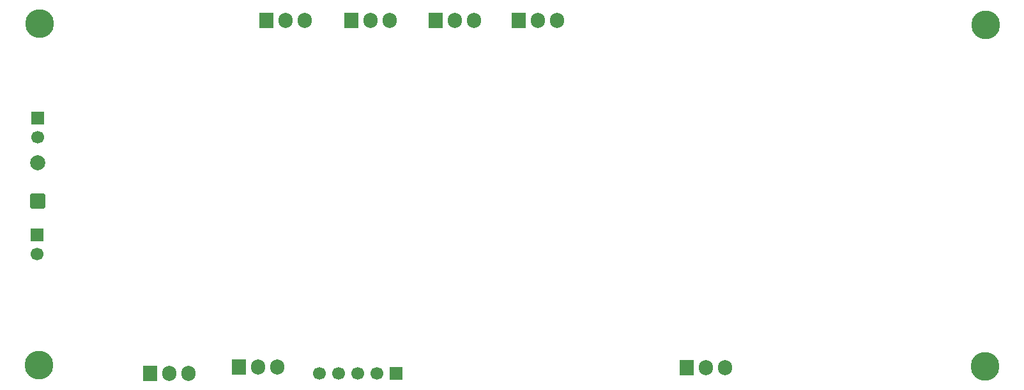
<source format=gbr>
%TF.GenerationSoftware,KiCad,Pcbnew,9.0.2*%
%TF.CreationDate,2025-07-10T19:46:16+05:30*%
%TF.ProjectId,STM32 ESC PCB Design,53544d33-3220-4455-9343-205043422044,rev?*%
%TF.SameCoordinates,Original*%
%TF.FileFunction,Soldermask,Bot*%
%TF.FilePolarity,Negative*%
%FSLAX46Y46*%
G04 Gerber Fmt 4.6, Leading zero omitted, Abs format (unit mm)*
G04 Created by KiCad (PCBNEW 9.0.2) date 2025-07-10 19:46:16*
%MOMM*%
%LPD*%
G01*
G04 APERTURE LIST*
G04 Aperture macros list*
%AMRoundRect*
0 Rectangle with rounded corners*
0 $1 Rounding radius*
0 $2 $3 $4 $5 $6 $7 $8 $9 X,Y pos of 4 corners*
0 Add a 4 corners polygon primitive as box body*
4,1,4,$2,$3,$4,$5,$6,$7,$8,$9,$2,$3,0*
0 Add four circle primitives for the rounded corners*
1,1,$1+$1,$2,$3*
1,1,$1+$1,$4,$5*
1,1,$1+$1,$6,$7*
1,1,$1+$1,$8,$9*
0 Add four rect primitives between the rounded corners*
20,1,$1+$1,$2,$3,$4,$5,0*
20,1,$1+$1,$4,$5,$6,$7,0*
20,1,$1+$1,$6,$7,$8,$9,0*
20,1,$1+$1,$8,$9,$2,$3,0*%
G04 Aperture macros list end*
%ADD10C,2.600000*%
%ADD11C,3.800000*%
%ADD12R,1.700000X1.700000*%
%ADD13C,1.700000*%
%ADD14R,1.905000X2.000000*%
%ADD15O,1.905000X2.000000*%
%ADD16RoundRect,0.250000X0.750000X-0.750000X0.750000X0.750000X-0.750000X0.750000X-0.750000X-0.750000X0*%
%ADD17C,2.000000*%
G04 APERTURE END LIST*
D10*
%TO.C,REF\u002A\u002A*%
X171900000Y-77100000D03*
D11*
X171900000Y-77100000D03*
%TD*%
D12*
%TO.C,J4*%
X46300000Y-59660000D03*
D13*
X46300000Y-62200000D03*
%TD*%
D14*
%TO.C,Q7*%
X61300000Y-78000000D03*
D15*
X63840000Y-78000000D03*
X66380000Y-78000000D03*
%TD*%
D16*
%TO.C,D6*%
X46400000Y-55180000D03*
D17*
X46400000Y-50100000D03*
%TD*%
D14*
%TO.C,Q4*%
X87920000Y-31200000D03*
D15*
X90460000Y-31200000D03*
X93000000Y-31200000D03*
%TD*%
D14*
%TO.C,Q3*%
X110120000Y-31200000D03*
D15*
X112660000Y-31200000D03*
X115200000Y-31200000D03*
%TD*%
D12*
%TO.C,J3*%
X46400000Y-44160000D03*
D13*
X46400000Y-46700000D03*
%TD*%
D14*
%TO.C,Q1*%
X99120000Y-31200000D03*
D15*
X101660000Y-31200000D03*
X104200000Y-31200000D03*
%TD*%
D10*
%TO.C,REF\u002A\u002A*%
X46500000Y-76900000D03*
D11*
X46500000Y-76900000D03*
%TD*%
D14*
%TO.C,Q2*%
X132420000Y-77300000D03*
D15*
X134960000Y-77300000D03*
X137500000Y-77300000D03*
%TD*%
D12*
%TO.C,J1*%
X93900000Y-78000000D03*
D13*
X91360000Y-78000000D03*
X88820000Y-78000000D03*
X86280000Y-78000000D03*
X83740000Y-78000000D03*
%TD*%
D10*
%TO.C,REF\u002A\u002A*%
X46600000Y-31600000D03*
D11*
X46600000Y-31600000D03*
%TD*%
D10*
%TO.C,REF\u002A\u002A*%
X172000000Y-31800000D03*
D11*
X172000000Y-31800000D03*
%TD*%
D14*
%TO.C,Q6*%
X73000000Y-77200000D03*
D15*
X75540000Y-77200000D03*
X78080000Y-77200000D03*
%TD*%
D14*
%TO.C,Q5*%
X76700000Y-31200000D03*
D15*
X79240000Y-31200000D03*
X81780000Y-31200000D03*
%TD*%
M02*

</source>
